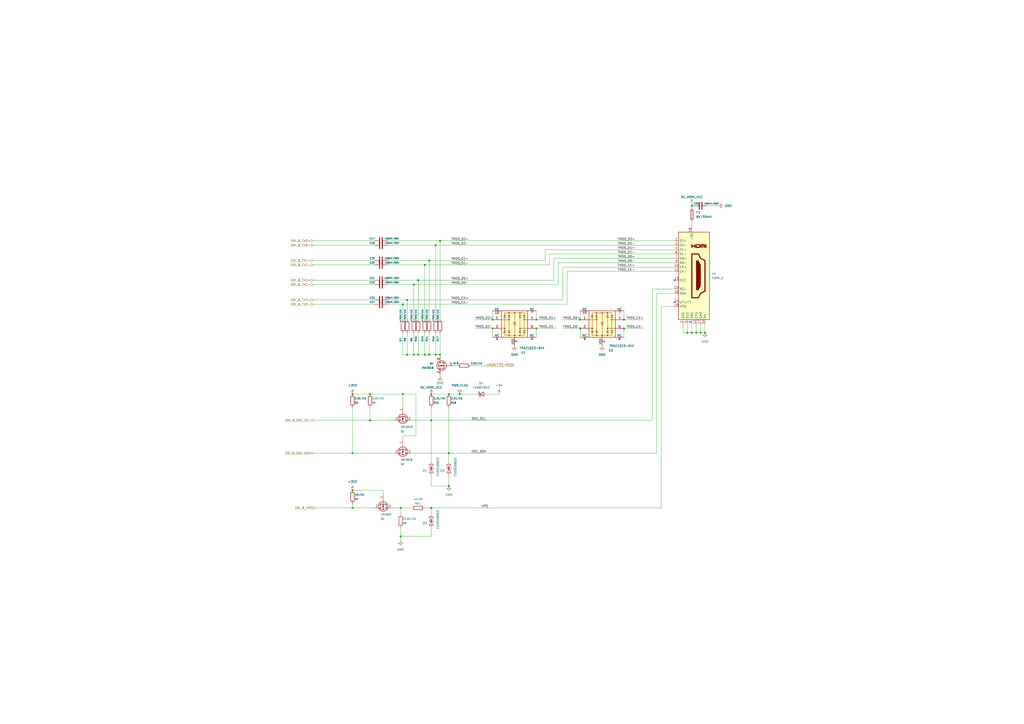
<source format=kicad_sch>
(kicad_sch (version 20231120) (generator "eeschema") (generator_version "8.0")
  (paper "A2")
  (title_block (title "nvme Carrier for LattePanda Mu") (date "2024-05-24") (rev "V1.0.6"))
  (lib_symbols
    (symbol "2N7002_1" (pin_names hide)
      (property "Reference" "Q" (at 5.08 1.905 0))
      (property "Value" "2N7002" (at 5.08 0 0))
      (symbol "2N7002_1_0_1"
        (polyline (pts (xy 0.254 0) (xy -2.54 0)))
        (polyline (pts (xy 0.254 1.905) (xy 0.254 -1.905)) (stroke (width 0.254)))
        (polyline (pts (xy 0.762 -1.27) (xy 0.762 -2.286)) (stroke (width 0.254)))
        (polyline (pts (xy 0.762 0.508) (xy 0.762 -0.508)) (stroke (width 0.254)))
        (polyline (pts (xy 0.762 2.286) (xy 0.762 1.27)) (stroke (width 0.254)))
        (polyline (pts (xy 2.54 2.54) (xy 2.54 1.778)))
        (polyline (pts (xy 2.54 -2.54) (xy 2.54 0) (xy 0.762 0)))
        (polyline (pts (xy 0.762 -1.778) (xy 3.302 -1.778) (xy 3.302 1.778) (xy 0.762 1.778)))
        (polyline (pts (xy 1.016 0) (xy 2.032 0.381) (xy 2.032 -0.381) (xy 1.016 0)) (fill (type outline)))
        (polyline (pts (xy 2.794 0.508) (xy 2.921 0.381) (xy 3.683 0.381) (xy 3.81 0.254)))
        (polyline (pts (xy 3.302 0.381) (xy 2.921 -0.254) (xy 3.683 -0.254) (xy 3.302 0.381)))
        (circle (center 1.651 0) (radius 2.794) (stroke (width 0.254)))
        (circle (center 2.54 -1.778) (radius 0.254) (fill (type outline)))
        (circle (center 2.54 1.778) (radius 0.254) (fill (type outline)))
      )
      (symbol "2N7002_1_1_1"
        (pin input line (at -5.08 0 0) (length 2.54) (name "G") (number "1"))
        (pin passive line (at 2.54 -5.08 90) (length 2.54) (name "S") (number "2"))
        (pin passive line (at 2.54 5.08 270) (length 2.54) (name "D") (number "3"))
      )
    )
    (symbol "2N7002_2" (pin_names hide)
      (property "Reference" "Q" (at 5.08 1.905 0))
      (property "Value" "2N7002" (at 5.08 0 0))
      (symbol "2N7002_2_0_1"
        (polyline (pts (xy 0.254 0) (xy -2.54 0)))
        (polyline (pts (xy 0.254 1.905) (xy 0.254 -1.905)) (stroke (width 0.254)))
        (polyline (pts (xy 0.762 -1.27) (xy 0.762 -2.286)) (stroke (width 0.254)))
        (polyline (pts (xy 0.762 0.508) (xy 0.762 -0.508)) (stroke (width 0.254)))
        (polyline (pts (xy 0.762 2.286) (xy 0.762 1.27)) (stroke (width 0.254)))
        (polyline (pts (xy 2.54 2.54) (xy 2.54 1.778)))
        (polyline (pts (xy 2.54 -2.54) (xy 2.54 0) (xy 0.762 0)))
        (polyline (pts (xy 0.762 -1.778) (xy 3.302 -1.778) (xy 3.302 1.778) (xy 0.762 1.778)))
        (polyline (pts (xy 1.016 0) (xy 2.032 0.381) (xy 2.032 -0.381) (xy 1.016 0)) (fill (type outline)))
        (polyline (pts (xy 2.794 0.508) (xy 2.921 0.381) (xy 3.683 0.381) (xy 3.81 0.254)))
        (polyline (pts (xy 3.302 0.381) (xy 2.921 -0.254) (xy 3.683 -0.254) (xy 3.302 0.381)))
        (circle (center 1.651 0) (radius 2.794) (stroke (width 0.254)))
        (circle (center 2.54 -1.778) (radius 0.254) (fill (type outline)))
        (circle (center 2.54 1.778) (radius 0.254) (fill (type outline)))
      )
      (symbol "2N7002_2_1_1"
        (pin input line (at -5.08 0 0) (length 2.54) (name "G") (number "1"))
        (pin passive line (at 2.54 -5.08 90) (length 2.54) (name "S") (number "2"))
        (pin passive line (at 2.54 5.08 270) (length 2.54) (name "D") (number "3"))
      )
    )
    (symbol "2N7002_3" (pin_names hide)
      (property "Reference" "Q" (at 5.08 1.905 0))
      (property "Value" "2N7002" (at 5.08 0 0))
      (symbol "2N7002_3_0_1"
        (polyline (pts (xy 0.254 0) (xy -2.54 0)))
        (polyline (pts (xy 0.254 1.905) (xy 0.254 -1.905)) (stroke (width 0.254)))
        (polyline (pts (xy 0.762 -1.27) (xy 0.762 -2.286)) (stroke (width 0.254)))
        (polyline (pts (xy 0.762 0.508) (xy 0.762 -0.508)) (stroke (width 0.254)))
        (polyline (pts (xy 0.762 2.286) (xy 0.762 1.27)) (stroke (width 0.254)))
        (polyline (pts (xy 2.54 2.54) (xy 2.54 1.778)))
        (polyline (pts (xy 2.54 -2.54) (xy 2.54 0) (xy 0.762 0)))
        (polyline (pts (xy 0.762 -1.778) (xy 3.302 -1.778) (xy 3.302 1.778) (xy 0.762 1.778)))
        (polyline (pts (xy 1.016 0) (xy 2.032 0.381) (xy 2.032 -0.381) (xy 1.016 0)) (fill (type outline)))
        (polyline (pts (xy 2.794 0.508) (xy 2.921 0.381) (xy 3.683 0.381) (xy 3.81 0.254)))
        (polyline (pts (xy 3.302 0.381) (xy 2.921 -0.254) (xy 3.683 -0.254) (xy 3.302 0.381)))
        (circle (center 1.651 0) (radius 2.794) (stroke (width 0.254)))
        (circle (center 2.54 -1.778) (radius 0.254) (fill (type outline)))
        (circle (center 2.54 1.778) (radius 0.254) (fill (type outline)))
      )
      (symbol "2N7002_3_1_1"
        (pin input line (at -5.08 0 0) (length 2.54) (name "G") (number "1"))
        (pin passive line (at 2.54 -5.08 90) (length 2.54) (name "S") (number "2"))
        (pin passive line (at 2.54 5.08 270) (length 2.54) (name "D") (number "3"))
      )
    )
    (symbol "Connector:HDMI_A"
      (property "Reference" "J" (at -6.35 26.67 0))
      (property "Value" "HDMI_A" (at 10.16 26.67 0))
      (symbol "HDMI_A_0_0"
        (polyline (pts (xy 8.128 16.51) (xy 8.128 18.034)) (stroke (width 0.635)))
        (polyline (pts (xy 0 16.51) (xy 0 18.034) (xy 0 17.272) (xy 1.905 17.272) (xy 1.905 18.034) (xy 1.905 16.51)) (stroke (width 0.635)))
        (polyline (pts (xy 2.667 18.034) (xy 4.318 18.034) (xy 4.572 17.78) (xy 4.572 16.764) (xy 4.318 16.51) (xy 2.667 16.51) (xy 2.667 17.272)) (stroke (width 0.635)))
      )
      (symbol "HDMI_A_0_1"
        (rectangle (start -7.62 25.4) (end 10.16 -25.4) (stroke (width 0.254)) (fill (type background)))
        (polyline (pts (xy 2.54 8.89) (xy 3.81 8.89) (xy 5.08 6.35) (xy 5.08 -5.715) (xy 3.81 -8.255) (xy 2.54 -8.255) (xy 2.54 8.89)) (fill (type outline)))
        (polyline (pts (xy 5.334 16.51) (xy 5.334 18.034) (xy 6.35 18.034) (xy 6.35 16.51) (xy 6.35 18.034) (xy 7.112 18.034) (xy 7.366 17.78) (xy 7.366 16.51)) (stroke (width 0.635)))
        (polyline (pts (xy 0 12.7) (xy 0 -12.7) (xy 3.81 -12.7) (xy 5.08 -10.16) (xy 7.62 -8.89) (xy 7.62 8.89) (xy 5.08 10.16) (xy 3.81 12.7) (xy 0 12.7)) (stroke (width 0.635)))
      )
      (symbol "HDMI_A_1_1"
        (pin passive line (at -10.16 20.32 0) (length 2.54) (name "D2+") (number "1"))
        (pin passive line (at -10.16 5.08 0) (length 2.54) (name "CK+") (number "10"))
        (pin power_in line (at 2.54 -27.94 90) (length 2.54) (name "CKS") (number "11"))
        (pin passive line (at -10.16 2.54 0) (length 2.54) (name "CK-") (number "12"))
        (pin bidirectional line (at -10.16 -2.54 0) (length 2.54) (name "CEC") (number "13"))
        (pin passive line (at -10.16 -15.24 0) (length 2.54) (name "UTILITY") (number "14"))
        (pin passive line (at -10.16 -7.62 0) (length 2.54) (name "SCL") (number "15"))
        (pin bidirectional line (at -10.16 -10.16 0) (length 2.54) (name "SDA") (number "16"))
        (pin power_in line (at 5.08 -27.94 90) (length 2.54) (name "GND") (number "17"))
        (pin power_in line (at 0 27.94 270) (length 2.54) (name "+5V") (number "18"))
        (pin passive line (at -10.16 -17.78 0) (length 2.54) (name "HPD") (number "19"))
        (pin power_in line (at -5.08 -27.94 90) (length 2.54) (name "D2S") (number "2"))
        (pin passive line (at -10.16 17.78 0) (length 2.54) (name "D2-") (number "3"))
        (pin passive line (at -10.16 15.24 0) (length 2.54) (name "D1+") (number "4"))
        (pin power_in line (at -2.54 -27.94 90) (length 2.54) (name "D1S") (number "5"))
        (pin passive line (at -10.16 12.7 0) (length 2.54) (name "D1-") (number "6"))
        (pin passive line (at -10.16 10.16 0) (length 2.54) (name "D0+") (number "7"))
        (pin power_in line (at 0 -27.94 90) (length 2.54) (name "D0S") (number "8"))
        (pin passive line (at -10.16 7.62 0) (length 2.54) (name "D0-") (number "9"))
        (pin passive line (at 7.62 -27.94 90) (length 2.54) (name "SH") (number "SH"))
      )
    )
    (symbol "Device:C" (pin_numbers hide) (pin_names (offset 0.254))
      (property "Reference" "C" (at 0.635 2.54 0))
      (property "Value" "C" (at 0.635 -2.54 0))
      (symbol "C_0_1"
        (polyline (pts (xy -2.032 -0.762) (xy 2.032 -0.762)) (stroke (width 0.508)))
        (polyline (pts (xy -2.032 0.762) (xy 2.032 0.762)) (stroke (width 0.508)))
      )
      (symbol "C_1_1"
        (pin passive line (at 0 3.81 270) (length 2.794) (name "~") (number "1"))
        (pin passive line (at 0 -3.81 90) (length 2.794) (name "~") (number "2"))
      )
    )
    (symbol "Device:Fuse" (pin_numbers hide) (pin_names (offset 0))
      (property "Reference" "F" (at 2.032 0 90))
      (property "Value" "Fuse" (at -1.905 0 90))
      (symbol "Fuse_0_1"
        (rectangle (start -0.762 -2.54) (end 0.762 2.54) (stroke (width 0.254)))
        (polyline (pts (xy 0 2.54) (xy 0 -2.54)))
      )
      (symbol "Fuse_1_1"
        (pin passive line (at 0 3.81 270) (length 1.27) (name "~") (number "1"))
        (pin passive line (at 0 -3.81 90) (length 1.27) (name "~") (number "2"))
      )
    )
    (symbol "Device:R" (pin_numbers hide) (pin_names (offset 0))
      (property "Reference" "R" (at 2.032 0 90))
      (property "Value" "R" (at 0 0 90))
      (symbol "R_0_1"
        (rectangle (start -1.016 -2.54) (end 1.016 2.54) (stroke (width 0.254)))
      )
      (symbol "R_1_1"
        (pin passive line (at 0 3.81 270) (length 1.27) (name "~") (number "1"))
        (pin passive line (at 0 -3.81 90) (length 1.27) (name "~") (number "2"))
      )
    )
    (symbol "Diode:1N5819WS" (pin_numbers hide) (pin_names (offset 1.016) hide)
      (property "Reference" "D" (at 0 2.54 0))
      (property "Value" "1N5819WS" (at 0 -2.54 0))
      (symbol "1N5819WS_0_1"
        (polyline (pts (xy 1.27 0) (xy -1.27 0)))
        (polyline (pts (xy 1.27 1.27) (xy 1.27 -1.27) (xy -1.27 0) (xy 1.27 1.27)) (stroke (width 0.254)))
        (polyline (pts (xy -1.905 0.635) (xy -1.905 1.27) (xy -1.27 1.27) (xy -1.27 -1.27) (xy -0.635 -1.27) (xy -0.635 -0.635)) (stroke (width 0.254)))
      )
      (symbol "1N5819WS_1_1"
        (pin passive line (at -3.81 0 0) (length 2.54) (name "K") (number "1"))
        (pin passive line (at 3.81 0 180) (length 2.54) (name "A") (number "2"))
      )
    )
    (symbol "Diode:ESD9B5.0ST5G" (pin_numbers hide) (pin_names (offset 1.016) hide)
      (property "Reference" "D" (at 0 2.54 0))
      (property "Value" "ESD9B5.0ST5G" (at 0 -2.54 0))
      (symbol "ESD9B5.0ST5G_0_1"
        (polyline (pts (xy 1.27 0) (xy -1.27 0)))
        (polyline (pts (xy -2.54 -1.27) (xy 0 0) (xy -2.54 1.27) (xy -2.54 -1.27)) (stroke (width 0.2032)))
        (polyline (pts (xy 0.508 1.27) (xy 0 1.27) (xy 0 -1.27) (xy -0.508 -1.27)) (stroke (width 0.2032)))
        (polyline (pts (xy 2.54 1.27) (xy 2.54 -1.27) (xy 0 0) (xy 2.54 1.27)) (stroke (width 0.2032)))
      )
      (symbol "ESD9B5.0ST5G_1_1"
        (pin passive line (at -3.81 0 0) (length 2.54) (name "A1") (number "1"))
        (pin passive line (at 3.81 0 180) (length 2.54) (name "A2") (number "2"))
      )
    )
    (symbol "Power_Protection:D3V3XA4B10LP" (pin_names (offset 0))
      (property "Reference" "U" (at -0.635 8.89 0))
      (property "Value" "D3V3XA4B10LP" (at 8.89 -10.16 0))
      (symbol "D3V3XA4B10LP_0_0"
        (rectangle (start -5.715 6.477) (end 5.715 -6.604))
        (polyline (pts (xy -3.175 -6.604) (xy -3.175 6.477)))
        (polyline (pts (xy 0.127 6.477) (xy 0.127 -6.604)))
        (polyline (pts (xy 3.175 6.477) (xy 3.175 -6.604)))
      )
      (symbol "D3V3XA4B10LP_0_1"
        (rectangle (start -7.62 7.62) (end 7.62 -7.62) (stroke (width 0.254)) (fill (type background)))
        (circle (center -5.715 -2.54) (radius 0.2794) (fill (type outline)))
        (circle (center -3.175 -6.604) (radius 0.2794) (fill (type outline)))
        (circle (center -3.175 2.54) (radius 0.2794) (fill (type outline)))
        (circle (center -3.175 6.477) (radius 0.2794) (fill (type outline)))
        (circle (center 0 -6.604) (radius 0.2794) (fill (type outline)))
        (polyline (pts (xy -7.747 2.54) (xy -3.175 2.54)))
        (polyline (pts (xy -7.62 -2.54) (xy -5.715 -2.54)))
        (polyline (pts (xy -5.08 -3.81) (xy -6.35 -3.81)))
        (polyline (pts (xy -5.08 5.08) (xy -6.35 5.08)))
        (polyline (pts (xy -2.54 -3.81) (xy -3.81 -3.81)))
        (polyline (pts (xy -2.54 5.08) (xy -3.81 5.08)))
        (polyline (pts (xy -0.508 0.889) (xy -0.889 0.635)))
        (polyline (pts (xy 0 -6.604) (xy 0 -7.62)))
        (polyline (pts (xy 0.762 0.889) (xy -0.508 0.889)))
        (polyline (pts (xy 0.762 0.889) (xy 1.143 1.143)))
        (polyline (pts (xy 3.81 -3.81) (xy 2.54 -3.81)))
        (polyline (pts (xy 3.81 5.08) (xy 2.54 5.08)))
        (polyline (pts (xy 6.35 -3.81) (xy 5.08 -3.81)))
        (polyline (pts (xy 6.35 5.08) (xy 5.08 5.08)))
        (polyline (pts (xy 7.62 -2.54) (xy 3.175 -2.54)))
        (polyline (pts (xy 7.62 2.54) (xy 5.715 2.54)))
        (polyline (pts (xy -5.08 -5.08) (xy -6.35 -5.08) (xy -5.715 -3.81) (xy -5.08 -5.08)))
        (polyline (pts (xy -5.08 3.81) (xy -6.35 3.81) (xy -5.715 5.08) (xy -5.08 3.81)))
        (polyline (pts (xy -2.54 -5.08) (xy -3.81 -5.08) (xy -3.175 -3.81) (xy -2.54 -5.08)))
        (polyline (pts (xy -2.54 3.81) (xy -3.81 3.81) (xy -3.175 5.08) (xy -2.54 3.81)))
        (polyline (pts (xy 0.762 -0.381) (xy -0.508 -0.381) (xy 0.127 0.889) (xy 0.762 -0.381)))
        (polyline (pts (xy 3.81 -5.08) (xy 2.54 -5.08) (xy 3.175 -3.81) (xy 3.81 -5.08)))
        (polyline (pts (xy 3.81 3.81) (xy 2.54 3.81) (xy 3.175 5.08) (xy 3.81 3.81)))
        (polyline (pts (xy 6.35 -5.08) (xy 5.08 -5.08) (xy 5.715 -3.81) (xy 6.35 -5.08)))
        (polyline (pts (xy 6.35 3.81) (xy 5.08 3.81) (xy 5.715 5.08) (xy 6.35 3.81)))
        (circle (center 0 6.477) (radius 0.2794) (fill (type outline)))
        (circle (center 3.175 -6.604) (radius 0.2794) (fill (type outline)))
        (circle (center 3.175 -2.54) (radius 0.2794) (fill (type outline)))
        (circle (center 3.175 6.477) (radius 0.2794) (fill (type outline)))
        (circle (center 5.715 2.54) (radius 0.2794) (fill (type outline)))
      )
      (symbol "D3V3XA4B10LP_1_1"
        (pin passive line (at -12.7 2.54 0) (length 5.08) (name "~") (number "1"))
        (pin free line (at -12.7 7.62 0) (length 5.08) (name "NC") (number "10"))
        (pin passive line (at -12.7 -2.54 0) (length 5.08) (name "~") (number "2"))
        (pin power_in line (at 0 -12.7 90) (length 5.08) (name "VSS") (number "3"))
        (pin passive line (at 12.7 2.54 180) (length 5.08) (name "~") (number "4"))
        (pin passive line (at 12.7 -2.54 180) (length 5.08) (name "~") (number "5"))
        (pin free line (at 12.7 -7.62 180) (length 5.08) (name "NC") (number "6"))
        (pin free line (at 12.7 7.62 180) (length 5.08) (name "NC") (number "7"))
        (pin passive line (at 0 -12.7 90) (length 5.08) hide (name "VSS") (number "8"))
        (pin free line (at -12.7 -7.62 0) (length 5.08) (name "NC") (number "9"))
      )
    )
    (symbol "Transistor_FET:2N7002" (pin_names hide)
      (property "Reference" "Q" (at 5.08 1.905 0))
      (property "Value" "2N7002" (at 5.08 0 0))
      (symbol "2N7002_0_1"
        (polyline (pts (xy 0.254 0) (xy -2.54 0)))
        (polyline (pts (xy 0.254 1.905) (xy 0.254 -1.905)) (stroke (width 0.254)))
        (polyline (pts (xy 0.762 -1.27) (xy 0.762 -2.286)) (stroke (width 0.254)))
        (polyline (pts (xy 0.762 0.508) (xy 0.762 -0.508)) (stroke (width 0.254)))
        (polyline (pts (xy 0.762 2.286) (xy 0.762 1.27)) (stroke (width 0.254)))
        (polyline (pts (xy 2.54 2.54) (xy 2.54 1.778)))
        (polyline (pts (xy 2.54 -2.54) (xy 2.54 0) (xy 0.762 0)))
        (polyline (pts (xy 0.762 -1.778) (xy 3.302 -1.778) (xy 3.302 1.778) (xy 0.762 1.778)))
        (polyline (pts (xy 1.016 0) (xy 2.032 0.381) (xy 2.032 -0.381) (xy 1.016 0)) (fill (type outline)))
        (polyline (pts (xy 2.794 0.508) (xy 2.921 0.381) (xy 3.683 0.381) (xy 3.81 0.254)))
        (polyline (pts (xy 3.302 0.381) (xy 2.921 -0.254) (xy 3.683 -0.254) (xy 3.302 0.381)))
        (circle (center 1.651 0) (radius 2.794) (stroke (width 0.254)))
        (circle (center 2.54 -1.778) (radius 0.254) (fill (type outline)))
        (circle (center 2.54 1.778) (radius 0.254) (fill (type outline)))
      )
      (symbol "2N7002_1_1"
        (pin input line (at -5.08 0 0) (length 2.54) (name "G") (number "1"))
        (pin passive line (at 2.54 -5.08 90) (length 2.54) (name "S") (number "2"))
        (pin passive line (at 2.54 5.08 270) (length 2.54) (name "D") (number "3"))
      )
    )
    (symbol "power:+3V3" (power) (pin_numbers hide) (pin_names (offset 0) hide)
      (property "Value" "+3V3" (at 0 3.556 0))
      (symbol "+3V3_0_1"
        (polyline (pts (xy -0.762 1.27) (xy 0 2.54)))
        (polyline (pts (xy 0 0) (xy 0 2.54)))
        (polyline (pts (xy 0 2.54) (xy 0.762 1.27)))
      )
      (symbol "+3V3_1_1"
        (pin power_in line (at 0 0 90) (length 0) (name "~") (number "1"))
      )
    )
    (symbol "power:+5V" (power) (pin_numbers hide) (pin_names (offset 0) hide)
      (property "Value" "+5V" (at 0 3.556 0))
      (symbol "+5V_0_1"
        (polyline (pts (xy -0.762 1.27) (xy 0 2.54)))
        (polyline (pts (xy 0 0) (xy 0 2.54)))
        (polyline (pts (xy 0 2.54) (xy 0.762 1.27)))
      )
      (symbol "+5V_1_1"
        (pin power_in line (at 0 0 90) (length 0) (name "~") (number "1"))
      )
    )
    (symbol "power:GND" (power) (pin_numbers hide) (pin_names (offset 0) hide)
      (property "Value" "GND" (at 0 -3.81 0))
      (symbol "GND_0_1"
        (polyline (pts (xy 0 0) (xy 0 -1.27) (xy 1.27 -1.27) (xy 0 -2.54) (xy -1.27 -1.27) (xy 0 -1.27)))
      )
      (symbol "GND_1_1"
        (pin power_in line (at 0 0 270) (length 0) (name "~") (number "1"))
      )
    )
    (symbol "power:PWR_FLAG" (power) (pin_numbers hide) (pin_names (offset 0) hide)
      (property "Value" "PWR_FLAG" (at 0 3.81 0))
      (symbol "PWR_FLAG_0_0"
        (pin power_out line (at 0 0 90) (length 0) (name "~") (number "1"))
      )
      (symbol "PWR_FLAG_0_1"
        (polyline (pts (xy 0 0) (xy 0 1.27) (xy -1.016 1.905) (xy 0 2.54) (xy 1.016 1.905) (xy 0 1.27)))
      )
    )
    (symbol "power:VCC" (power) (pin_numbers hide) (pin_names (offset 0) hide)
      (property "Value" "VCC" (at 0 3.556 0))
      (symbol "VCC_0_1"
        (polyline (pts (xy -0.762 1.27) (xy 0 2.54)))
        (polyline (pts (xy 0 0) (xy 0 2.54)))
        (polyline (pts (xy 0 2.54) (xy 0.762 1.27)))
      )
      (symbol "VCC_1_1"
        (pin power_in line (at 0 0 90) (length 0) (name "~") (number "1"))
      )
    )
  )
  (junction (at 260.35 228.6))
  (junction (at 233.68 176.53))
  (junction (at 236.22 173.99))
  (junction (at 204.47 294.64))
  (junction (at 204.47 228.6))
  (junction (at 252.73 205.74))
  (junction (at 336.55 190.5))
  (junction (at 204.47 284.48))
  (junction (at 260.35 281.94))
  (junction (at 240.03 205.74))
  (junction (at 248.92 151.13))
  (junction (at 242.57 162.56))
  (junction (at 285.75 185.42))
  (junction (at 403.86 193.04))
  (junction (at 401.32 193.04))
  (junction (at 361.95 190.5))
  (junction (at 311.15 190.5))
  (junction (at 250.19 294.64))
  (junction (at 246.38 153.67))
  (junction (at 255.27 139.7))
  (junction (at 255.27 205.74))
  (junction (at 401.32 119.38))
  (junction (at 242.57 205.74))
  (junction (at 214.63 243.84))
  (junction (at 260.35 262.89))
  (junction (at 336.55 185.42))
  (junction (at 406.4 193.04))
  (junction (at 240.03 165.1))
  (junction (at 250.19 243.84))
  (junction (at 408.94 193.04))
  (junction (at 236.22 205.74))
  (junction (at 204.47 262.89))
  (junction (at 398.78 193.04))
  (junction (at 311.15 185.42))
  (junction (at 252.73 142.24))
  (junction (at 232.41 311.15))
  (junction (at 214.63 228.6))
  (junction (at 233.68 228.6))
  (junction (at 246.38 205.74))
  (junction (at 285.75 190.5))
  (junction (at 232.41 294.64))
  (junction (at 250.19 228.6))
  (junction (at 266.7 228.6))
  (junction (at 361.95 185.42))
  (junction (at 248.92 205.74))
  (no_connect (at 391.16 162.56))
  (no_connect (at 391.16 175.26))
  (wire (pts (xy 214.63 236.22) (xy 214.63 243.84)))
  (wire (pts (xy 361.95 190.5) (xy 361.95 195.58)))
  (wire (pts (xy 227.33 294.64) (xy 232.41 294.64)))
  (wire (pts (xy 236.22 185.42) (xy 236.22 173.99)))
  (wire (pts (xy 260.35 236.22) (xy 260.35 262.89)))
  (wire (pts (xy 275.59 185.42) (xy 285.75 185.42)))
  (wire (pts (xy 285.75 185.42) (xy 285.75 180.34)))
  (wire (pts (xy 383.54 177.8) (xy 391.16 177.8)))
  (wire (pts (xy 246.38 205.74) (xy 242.57 205.74)))
  (wire (pts (xy 236.22 173.99) (xy 224.79 173.99)))
  (wire (pts (xy 252.73 142.24) (xy 391.16 142.24)))
  (wire (pts (xy 255.27 193.04) (xy 255.27 205.74)))
  (wire (pts (xy 233.68 176.53) (xy 233.68 185.42)))
  (wire (pts (xy 408.94 187.96) (xy 408.94 193.04)))
  (wire (pts (xy 396.24 187.96) (xy 396.24 193.04)))
  (wire (pts (xy 311.15 185.42) (xy 311.15 180.34)))
  (wire (pts (xy 222.25 287.02) (xy 222.25 284.48)))
  (wire (pts (xy 246.38 153.67) (xy 224.79 153.67)))
  (wire (pts (xy 236.22 173.99) (xy 326.39 173.99)))
  (wire (pts (xy 316.23 144.78) (xy 391.16 144.78)))
  (wire (pts (xy 255.27 139.7) (xy 224.79 139.7)))
  (wire (pts (xy 250.19 228.6) (xy 260.35 228.6)))
  (wire (pts (xy 181.61 176.53) (xy 217.17 176.53)))
  (wire (pts (xy 250.19 275.59) (xy 250.19 281.94)))
  (wire (pts (xy 214.63 243.84) (xy 228.6 243.84)))
  (wire (pts (xy 252.73 185.42) (xy 252.73 142.24)))
  (wire (pts (xy 378.46 243.84) (xy 378.46 167.64)))
  (wire (pts (xy 240.03 185.42) (xy 240.03 165.1)))
  (wire (pts (xy 260.35 262.89) (xy 238.76 262.89)))
  (wire (pts (xy 383.54 294.64) (xy 383.54 177.8)))
  (wire (pts (xy 181.61 173.99) (xy 217.17 173.99)))
  (wire (pts (xy 323.85 165.1) (xy 323.85 152.4)))
  (wire (pts (xy 233.68 176.53) (xy 328.93 176.53)))
  (wire (pts (xy 283.21 228.6) (xy 289.56 228.6)))
  (wire (pts (xy 255.27 205.74) (xy 252.73 205.74)))
  (wire (pts (xy 378.46 167.64) (xy 391.16 167.64)))
  (wire (pts (xy 326.39 185.42) (xy 336.55 185.42)))
  (wire (pts (xy 236.22 193.04) (xy 236.22 205.74)))
  (wire (pts (xy 361.95 180.34) (xy 361.95 185.42)))
  (wire (pts (xy 248.92 185.42) (xy 248.92 151.13)))
  (wire (pts (xy 248.92 205.74) (xy 246.38 205.74)))
  (wire (pts (xy 311.15 185.42) (xy 322.58 185.42)))
  (wire (pts (xy 398.78 187.96) (xy 398.78 193.04)))
  (wire (pts (xy 260.35 228.6) (xy 266.7 228.6)))
  (wire (pts (xy 255.27 207.01) (xy 255.27 205.74)))
  (wire (pts (xy 240.03 165.1) (xy 224.79 165.1)))
  (wire (pts (xy 242.57 162.56) (xy 321.31 162.56)))
  (wire (pts (xy 273.05 212.09) (xy 281.94 212.09)))
  (wire (pts (xy 403.86 187.96) (xy 403.86 193.04)))
  (wire (pts (xy 181.61 162.56) (xy 217.17 162.56)))
  (wire (pts (xy 318.77 147.32) (xy 391.16 147.32)))
  (wire (pts (xy 248.92 151.13) (xy 316.23 151.13)))
  (wire (pts (xy 182.88 294.64) (xy 204.47 294.64)))
  (wire (pts (xy 181.61 243.84) (xy 214.63 243.84)))
  (wire (pts (xy 326.39 154.94) (xy 391.16 154.94)))
  (wire (pts (xy 336.55 190.5) (xy 336.55 195.58)))
  (wire (pts (xy 246.38 294.64) (xy 250.19 294.64)))
  (wire (pts (xy 204.47 262.89) (xy 228.6 262.89)))
  (wire (pts (xy 403.86 193.04) (xy 406.4 193.04)))
  (wire (pts (xy 252.73 205.74) (xy 248.92 205.74)))
  (wire (pts (xy 232.41 294.64) (xy 238.76 294.64)))
  (wire (pts (xy 242.57 162.56) (xy 224.79 162.56)))
  (wire (pts (xy 250.19 243.84) (xy 378.46 243.84)))
  (wire (pts (xy 250.19 294.64) (xy 250.19 298.45)))
  (wire (pts (xy 401.32 193.04) (xy 403.86 193.04)))
  (wire (pts (xy 233.68 255.27) (xy 233.68 252.73)))
  (wire (pts (xy 250.19 243.84) (xy 250.19 236.22)))
  (wire (pts (xy 401.32 119.38) (xy 401.32 120.65)))
  (wire (pts (xy 246.38 193.04) (xy 246.38 205.74)))
  (wire (pts (xy 204.47 294.64) (xy 217.17 294.64)))
  (wire (pts (xy 242.57 205.74) (xy 240.03 205.74)))
  (wire (pts (xy 311.15 190.5) (xy 322.58 190.5)))
  (wire (pts (xy 204.47 228.6) (xy 214.63 228.6)))
  (wire (pts (xy 181.61 139.7) (xy 217.17 139.7)))
  (wire (pts (xy 242.57 185.42) (xy 242.57 162.56)))
  (wire (pts (xy 250.19 281.94) (xy 260.35 281.94)))
  (wire (pts (xy 255.27 217.17) (xy 255.27 218.44)))
  (wire (pts (xy 250.19 306.07) (xy 250.19 311.15)))
  (wire (pts (xy 250.19 294.64) (xy 383.54 294.64)))
  (wire (pts (xy 361.95 190.5) (xy 373.38 190.5)))
  (wire (pts (xy 248.92 193.04) (xy 248.92 205.74)))
  (wire (pts (xy 233.68 236.22) (xy 233.68 228.6)))
  (wire (pts (xy 402.59 119.38) (xy 401.32 119.38)))
  (wire (pts (xy 318.77 153.67) (xy 318.77 147.32)))
  (wire (pts (xy 232.41 306.07) (xy 232.41 311.15)))
  (wire (pts (xy 255.27 185.42) (xy 255.27 139.7)))
  (wire (pts (xy 336.55 180.34) (xy 336.55 185.42)))
  (wire (pts (xy 262.89 212.09) (xy 265.43 212.09)))
  (wire (pts (xy 401.32 118.11) (xy 401.32 119.38)))
  (wire (pts (xy 401.32 187.96) (xy 401.32 193.04)))
  (wire (pts (xy 241.3 228.6) (xy 233.68 228.6)))
  (wire (pts (xy 250.19 311.15) (xy 232.41 311.15)))
  (wire (pts (xy 316.23 151.13) (xy 316.23 144.78)))
  (wire (pts (xy 233.68 193.04) (xy 233.68 205.74)))
  (wire (pts (xy 311.15 195.58) (xy 311.15 190.5)))
  (wire (pts (xy 233.68 228.6) (xy 214.63 228.6)))
  (wire (pts (xy 181.61 165.1) (xy 217.17 165.1)))
  (wire (pts (xy 181.61 151.13) (xy 217.17 151.13)))
  (wire (pts (xy 396.24 193.04) (xy 398.78 193.04)))
  (wire (pts (xy 233.68 252.73) (xy 241.3 252.73)))
  (wire (pts (xy 323.85 152.4) (xy 391.16 152.4)))
  (wire (pts (xy 406.4 187.96) (xy 406.4 193.04)))
  (wire (pts (xy 266.7 228.6) (xy 275.59 228.6)))
  (wire (pts (xy 260.35 275.59) (xy 260.35 281.94)))
  (wire (pts (xy 328.93 176.53) (xy 328.93 157.48)))
  (wire (pts (xy 250.19 243.84) (xy 250.19 267.97)))
  (wire (pts (xy 242.57 193.04) (xy 242.57 205.74)))
  (wire (pts (xy 398.78 193.04) (xy 401.32 193.04)))
  (wire (pts (xy 204.47 292.1) (xy 204.47 294.64)))
  (wire (pts (xy 255.27 139.7) (xy 391.16 139.7)))
  (wire (pts (xy 401.32 128.27) (xy 401.32 132.08)))
  (wire (pts (xy 260.35 262.89) (xy 260.35 267.97)))
  (wire (pts (xy 252.73 193.04) (xy 252.73 205.74)))
  (wire (pts (xy 181.61 153.67) (xy 217.17 153.67)))
  (wire (pts (xy 326.39 190.5) (xy 336.55 190.5)))
  (wire (pts (xy 236.22 205.74) (xy 233.68 205.74)))
  (wire (pts (xy 240.03 165.1) (xy 323.85 165.1)))
  (wire (pts (xy 232.41 311.15) (xy 232.41 313.69)))
  (wire (pts (xy 246.38 153.67) (xy 318.77 153.67)))
  (wire (pts (xy 321.31 162.56) (xy 321.31 149.86)))
  (wire (pts (xy 252.73 142.24) (xy 224.79 142.24)))
  (wire (pts (xy 204.47 284.48) (xy 222.25 284.48)))
  (wire (pts (xy 321.31 149.86) (xy 391.16 149.86)))
  (wire (pts (xy 275.59 190.5) (xy 285.75 190.5)))
  (wire (pts (xy 381 170.18) (xy 381 262.89)))
  (wire (pts (xy 248.92 151.13) (xy 224.79 151.13)))
  (wire (pts (xy 181.61 142.24) (xy 217.17 142.24)))
  (wire (pts (xy 240.03 205.74) (xy 236.22 205.74)))
  (wire (pts (xy 406.4 193.04) (xy 408.94 193.04)))
  (wire (pts (xy 181.61 262.89) (xy 204.47 262.89)))
  (wire (pts (xy 246.38 185.42) (xy 246.38 153.67)))
  (wire (pts (xy 410.21 119.38) (xy 416.56 119.38)))
  (wire (pts (xy 391.16 170.18) (xy 381 170.18)))
  (wire (pts (xy 328.93 157.48) (xy 391.16 157.48)))
  (wire (pts (xy 285.75 195.58) (xy 285.75 190.5)))
  (wire (pts (xy 260.35 262.89) (xy 381 262.89)))
  (wire (pts (xy 326.39 173.99) (xy 326.39 154.94)))
  (wire (pts (xy 232.41 294.64) (xy 232.41 298.45)))
  (wire (pts (xy 241.3 252.73) (xy 241.3 228.6)))
  (wire (pts (xy 204.47 236.22) (xy 204.47 262.89)))
  (wire (pts (xy 373.38 185.42) (xy 361.95 185.42)))
  (wire (pts (xy 238.76 243.84) (xy 250.19 243.84)))
  (wire (pts (xy 224.79 176.53) (xy 233.68 176.53)))
  (wire (pts (xy 240.03 193.04) (xy 240.03 205.74)))
  (label "TMDS_CK-" (at 368.3 157.48 180))
  (label "TMDS_D2+" (at 271.78 139.7 180))
  (label "TMDS_D0+" (at 368.3 149.86 180))
  (label "TMDS_D2-" (at 285.75 190.5 180))
  (label "DDC_SCL" (at 281.94 243.84 180))
  (label "TMDS_CK-" (at 271.78 176.53 180))
  (label "TMDS_D2-" (at 271.78 142.24 180))
  (label "TMDS_D1-" (at 368.3 147.32 180))
  (label "TMDS_D0-" (at 336.55 190.5 180))
  (label "TMDS_D0-" (at 271.78 165.1 180))
  (label "TMDS_D0+" (at 271.78 162.56 180))
  (label "TMDS_D0+" (at 336.55 185.42 180))
  (label "TMDS_D2+" (at 285.75 185.42 180))
  (label "TMDS_CK+" (at 373.38 185.42 180))
  (label "TMDS_CK-" (at 373.38 190.5 180))
  (label "TMDS_D1-" (at 271.78 153.67 180))
  (label "TMDS_D1+" (at 322.58 185.42 180))
  (label "TMDS_D0-" (at 368.3 152.4 180))
  (label "TMDS_CK+" (at 271.78 173.99 180))
  (label "TMDS_CK+" (at 368.3 154.94 180))
  (label "TMDS_D1+" (at 368.3 144.78 180))
  (label "DDC_SDA" (at 281.94 262.89 180))
  (label "TMDS_D2+" (at 368.3 139.7 180))
  (label "TMDS_D2-" (at 368.3 142.24 180))
  (label "TMDS_D1-" (at 322.58 190.5 180))
  (label "HPD" (at 283.21 294.64 180))
  (label "TMDS_D1+" (at 271.78 151.13 180))
  (hierarchical_label "DDI_B_TX3-" (shape input) (at 181.61 176.53 180))
  (hierarchical_label "DDI_B_DDC_SDA" (shape bidirectional) (at 181.61 262.89 180))
  (hierarchical_label "DDI_B_TX0+" (shape input) (at 181.61 139.7 180))
  (hierarchical_label "DDI_B_TX2+" (shape input) (at 181.61 162.56 180))
  (hierarchical_label "DDI_B_HPD" (shape input) (at 182.88 294.64 180))
  (hierarchical_label "DDI_B_TX3+" (shape input) (at 181.61 173.99 180))
  (hierarchical_label "DDI_B_DDC_SCL" (shape output) (at 181.61 243.84 180))
  (hierarchical_label "DDI_B_TX0-" (shape input) (at 181.61 142.24 180))
  (hierarchical_label "~{PWR_LED}{slash}~{PSON}" (shape input) (at 281.94 212.09 0))
  (hierarchical_label "DDI_B_TX1+" (shape input) (at 181.61 151.13 180))
  (hierarchical_label "DDI_B_TX1-" (shape input) (at 181.61 153.67 180))
  (hierarchical_label "DDI_B_TX2-" (shape input) (at 181.61 165.1 180))
  (symbol (lib_id "power:GND") (at 260.35 281.94 0) (unit 1)
    (property "Reference" "#PWR025" (effects (hide yes)))
    (property "Value" "GND" (at 260.35 287.02 0))
  )
  (symbol (lib_id "Device:C") (at 220.98 173.99 90) (unit 1)
    (property "Reference" "C23" (at 215.9 172.72 90) (effects (font (size 1 1))))
    (property "Value" "100nF/50V" (at 227.33 172.72 90) (effects (font (size 1 1))))
    (property "Footprint" "A_HDJ_Library:C_0402_1005Metric" (effects (hide yes)))
    (property "Datasheet" "https://wmsc.lcsc.com/wmsc/upload/file/pdf/v2/lcsc/1809272047_Murata-Electronics-GRM155R71H104KE14D_C77020.pdf" (effects (hide yes)))
    (property "SCH_Show_Footprint" "C0402" (effects (hide yes)))
    (property "Mfr.#" "GRM155R71H104KE14D" (effects (hide yes)))
  )
  (symbol (lib_id "Device:R") (at 236.22 189.23 0) (unit 1)
    (property "Reference" "R8" (at 234.95 198.12 90) (effects (font (size 1 1)) (justify left)))
    (property "Value" "470R/1%" (at 234.95 186.69 90) (effects (font (size 1 1)) (justify left)))
    (property "Footprint" "A_HDJ_Library:R_0402_1005Metric" (effects (hide yes)))
    (property "Datasheet" "https://wmsc.lcsc.com/wmsc/upload/file/pdf/v2/lcsc/2304140030_YAGEO-RC0402FR-07470RL_C114877.pdf" (effects (hide yes)))
    (property "Mfr.#" "RC0402FR-07470RL" (effects (hide yes)))
  )
  (symbol (lib_id "Device:R") (at 250.19 232.41 0) (unit 1)
    (property "Reference" "R15" (at 251.46 233.68 0) (effects (font (size 1 1)) (justify left)))
    (property "Value" "2.2K/1%" (at 251.46 231.14 0) (effects (font (size 1 1)) (justify left)))
    (property "Footprint" "A_HDJ_Library:R_0402_1005Metric" (effects (hide yes)))
    (property "Datasheet" "https://wmsc.lcsc.com/wmsc/upload/file/pdf/v2/lcsc/2304140030_YAGEO-RC0402FR-072K2L_C114762.pdf" (effects (hide yes)))
    (property "Mfr.#" "RC0402FR-072K2L" (effects (hide yes)))
  )
  (symbol (lib_id "power:VCC") (at 401.32 118.11 0) (unit 1)
    (property "Reference" "#PWR029" (effects (hide yes)))
    (property "Value" "5V_HDMI_VCC" (at 401.32 114.3 0))
  )
  (symbol (lib_id "Device:R") (at 204.47 288.29 0) (unit 1)
    (property "Reference" "R4" (at 205.74 289.56 0) (effects (font (size 1 1)) (justify left)))
    (property "Value" "1M/1%" (at 205.74 287.02 0) (effects (font (size 1 1)) (justify left)))
    (property "Footprint" "A_HDJ_Library:R_0402_1005Metric" (effects (hide yes)))
    (property "Datasheet" "https://wmsc.lcsc.com/wmsc/upload/file/pdf/v2/lcsc/2304140030_YAGEO-RC0402FR-071ML_C138033.pdf" (effects (hide yes)))
    (property "Mfr.#" "RC0402FR-071ML" (effects (hide yes)))
  )
  (symbol (lib_id "Device:C") (at 220.98 153.67 90) (unit 1)
    (property "Reference" "C20" (at 215.9 152.4 90) (effects (font (size 1 1))))
    (property "Value" "100nF/50V" (at 227.33 152.4 90) (effects (font (size 1 1))))
    (property "Footprint" "A_HDJ_Library:C_0402_1005Metric" (effects (hide yes)))
    (property "Datasheet" "https://wmsc.lcsc.com/wmsc/upload/file/pdf/v2/lcsc/1809272047_Murata-Electronics-GRM155R71H104KE14D_C77020.pdf" (effects (hide yes)))
    (property "SCH_Show_Footprint" "C0402" (effects (hide yes)))
    (property "Mfr.#" "GRM155R71H104KE14D" (effects (hide yes)))
  )
  (symbol (lib_name "2N7002_3") (lib_id "Transistor_FET:2N7002") (at 233.68 260.35 270) (unit 1)
    (property "Reference" "Q3" (at 232.41 269.24 90) (effects (font (size 1 1)) (justify left)))
    (property "Value" "2SK3018" (at 232.4101 266.7 90) (effects (font (size 1 1)) (justify left)))
    (property "Footprint" "A_HDJ_Library:SOT-23" (effects (hide yes)))
    (property "Datasheet" "https://www.onsemi.com/pub/Collateral/NDS7002A-D.PDF" (effects (hide yes)))
    (property "Mfr.#" "2SK3018" (effects (hide yes)))
  )
  (symbol (lib_id "Device:R") (at 246.38 189.23 0) (unit 1)
    (property "Reference" "R13" (at 245.11 198.12 90) (effects (font (size 1 1)) (justify left)))
    (property "Value" "470R/1%" (at 245.11 186.69 90) (effects (font (size 1 1)) (justify left)))
    (property "Footprint" "A_HDJ_Library:R_0402_1005Metric" (effects (hide yes)))
    (property "Datasheet" "https://wmsc.lcsc.com/wmsc/upload/file/pdf/v2/lcsc/2304140030_YAGEO-RC0402FR-07470RL_C114877.pdf" (effects (hide yes)))
    (property "Mfr.#" "RC0402FR-07470RL" (effects (hide yes)))
  )
  (symbol (lib_id "Device:Fuse") (at 401.32 124.46 0) (unit 1)
    (property "Reference" "F1" (at 403.86 123.19 0) (effects (justify left)))
    (property "Value" "6V/50mA" (at 403.86 125.73 0) (effects (justify left)))
    (property "Footprint" "A_HDJ_Library:R_0603_1608Metric" (effects (hide yes)))
    (property "Datasheet" "https://wmsc.lcsc.com/wmsc/upload/file/pdf/v2/lcsc/2401210605_LUTE-0603L050-6AR_C7472536.pdf" (effects (hide yes)))
    (property "SCH_Show_Footprint" "R0805" (effects (hide yes)))
    (property "Mfr.#" "0603L050/6AR" (effects (hide yes)))
  )
  (symbol (lib_id "power:+3V3") (at 204.47 228.6 0) (unit 1)
    (property "Reference" "#PWR020" (effects (hide yes)))
    (property "Value" "+3V3" (at 204.47 223.52 0))
  )
  (symbol (lib_id "Device:C") (at 406.4 119.38 90) (unit 1)
    (property "Reference" "C25" (at 403.86 118.11 90) (effects (font (size 1 1))))
    (property "Value" "100nF/50V" (at 412.75 118.11 90) (effects (font (size 1 1))))
    (property "Footprint" "A_HDJ_Library:C_0402_1005Metric" (effects (hide yes)))
    (property "Datasheet" "https://wmsc.lcsc.com/wmsc/upload/file/pdf/v2/lcsc/1809272047_Murata-Electronics-GRM155R71H104KE14D_C77020.pdf" (effects (hide yes)))
    (property "SCH_Show_Footprint" "C0402" (effects (hide yes)))
    (property "Mfr.#" "GRM155R71H104KE14D" (effects (hide yes)))
  )
  (symbol (lib_id "power:GND") (at 232.41 313.69 0) (unit 1)
    (property "Reference" "#PWR022" (effects (hide yes)))
    (property "Value" "GND" (at 232.41 318.77 0))
  )
  (symbol (lib_id "power:+5V") (at 289.56 228.6 0) (unit 1)
    (property "Reference" "#PWR026" (effects (hide yes)))
    (property "Value" "+5V" (at 289.56 223.52 0))
  )
  (symbol (lib_id "Device:R") (at 242.57 294.64 90) (unit 1)
    (property "Reference" "R11" (at 243.84 292.1 90) (effects (font (size 1 1)) (justify left)))
    (property "Value" "1K/1%" (at 245.11 289.56 90) (effects (font (size 1 1)) (justify left)))
    (property "Footprint" "A_HDJ_Library:R_0402_1005Metric" (effects (hide yes)))
    (property "Datasheet" "https://wmsc.lcsc.com/wmsc/upload/file/pdf/v2/lcsc/2304140030_YAGEO-RC0402FR-071KL_C106235.pdf" (effects (hide yes)))
    (property "Mfr.#" "RC0402FR-071KL" (effects (hide yes)))
  )
  (symbol (lib_id "Device:R") (at 260.35 232.41 0) (unit 1)
    (property "Reference" "R18" (at 261.62 233.68 0) (effects (font (size 1 1)) (justify left)))
    (property "Value" "2.2K/1%" (at 261.62 231.14 0) (effects (font (size 1 1)) (justify left)))
    (property "Footprint" "A_HDJ_Library:R_0402_1005Metric" (effects (hide yes)))
    (property "Datasheet" "https://wmsc.lcsc.com/wmsc/upload/file/pdf/v2/lcsc/2304140030_YAGEO-RC0402FR-072K2L_C114762.pdf" (effects (hide yes)))
    (property "Mfr.#" "RC0402FR-072K2L" (effects (hide yes)))
  )
  (symbol (lib_id "power:GND") (at 408.94 193.04 0) (unit 1)
    (property "Reference" "#PWR030" (effects (hide yes)))
    (property "Value" "GND" (at 408.94 198.12 0))
  )
  (symbol (lib_id "Device:R") (at 214.63 232.41 0) (unit 1)
    (property "Reference" "R5" (at 215.9 233.68 0) (effects (font (size 1 1)) (justify left)))
    (property "Value" "2.2K/1%" (at 215.9 231.14 0) (effects (font (size 1 1)) (justify left)))
    (property "Footprint" "A_HDJ_Library:R_0402_1005Metric" (effects (hide yes)))
    (property "Datasheet" "https://wmsc.lcsc.com/wmsc/upload/file/pdf/v2/lcsc/2304140030_YAGEO-RC0402FR-072K2L_C114762.pdf" (effects (hide yes)))
    (property "Mfr.#" "RC0402FR-072K2L" (effects (hide yes)))
  )
  (symbol (lib_id "Device:R") (at 240.03 189.23 0) (unit 1)
    (property "Reference" "R9" (at 238.76 198.12 90) (effects (font (size 1 1)) (justify left)))
    (property "Value" "470R/1%" (at 238.76 186.69 90) (effects (font (size 1 1)) (justify left)))
    (property "Footprint" "A_HDJ_Library:R_0402_1005Metric" (effects (hide yes)))
    (property "Datasheet" "https://wmsc.lcsc.com/wmsc/upload/file/pdf/v2/lcsc/2304140030_YAGEO-RC0402FR-07470RL_C114877.pdf" (effects (hide yes)))
    (property "Mfr.#" "RC0402FR-07470RL" (effects (hide yes)))
  )
  (symbol (lib_id "power:GND") (at 255.27 218.44 0) (unit 1)
    (property "Reference" "#PWR024" (effects (hide yes)))
    (property "Value" "GND" (at 255.27 222.25 0))
  )
  (symbol (lib_id "Device:R") (at 242.57 189.23 0) (unit 1)
    (property "Reference" "R10" (at 241.3 198.12 90) (effects (font (size 1 1)) (justify left)))
    (property "Value" "470R/1%" (at 241.3 186.69 90) (effects (font (size 1 1)) (justify left)))
    (property "Footprint" "A_HDJ_Library:R_0402_1005Metric" (effects (hide yes)))
    (property "Datasheet" "https://wmsc.lcsc.com/wmsc/upload/file/pdf/v2/lcsc/2304140030_YAGEO-RC0402FR-07470RL_C114877.pdf" (effects (hide yes)))
    (property "Mfr.#" "RC0402FR-07470RL" (effects (hide yes)))
  )
  (symbol (lib_id "Diode:ESD9B5.0ST5G") (at 250.19 271.78 90) (unit 1)
    (property "Reference" "D1" (at 245.11 273.05 90) (effects (justify right)))
    (property "Value" "ESD5V0B03" (at 254 265.43 0) (effects (justify right)))
    (property "Footprint" "A_HDJ_Library:D_0402_1005Metric" (effects (hide yes)))
    (property "Datasheet" "https://wmsc.lcsc.com/wmsc/upload/file/pdf/v2/lcsc/2108131930_TECH-PUBLIC-ESD5V0B03-1006_C521894.pdf" (effects (hide yes)))
    (property "SCH_Show_Footprint" "D0402" (effects (hide yes)))
    (property "Mfr.#" "ESD5V0B03-1006" (effects (hide yes)))
  )
  (symbol (lib_id "Diode:1N5819WS") (at 279.4 228.6 0) (unit 1)
    (property "Reference" "D4" (at 279.0825 222.25 0))
    (property "Value" "1N5819WS" (at 279.0825 224.79 0))
    (property "Footprint" "A_HDJ_Library:D_SOD-323" (effects (hide yes)))
    (property "Datasheet" "https://wmsc.lcsc.com/wmsc/upload/file/pdf/v2/lcsc/2204281430_Guangdong-Hottech-1N5819WS_C191023.pdf" (effects (hide yes)))
    (property "SCH_Show_Footprint" "SOD-323" (effects (hide yes)))
    (property "Mfr.#" "1N5819WS" (effects (hide yes)))
  )
  (symbol (lib_id "Connector:HDMI_A") (at 401.32 160.02 0) (unit 1)
    (property "Reference" "J4" (at 412.75 158.7499 0) (effects (justify left)))
    (property "Value" "HDMI_A" (at 412.75 161.2899 0) (effects (justify left)))
    (property "Footprint" "A_HDJ_Library:HDMI_A_Molex_208658-1001_Horizontal" (effects (hide yes)))
    (property "Datasheet" "https://www.molex.com/content/dam/molex/molex-dot-com/products/automated/en-us/salesdrawingpdf/208/208658/2086581001_sd.pdf" (effects (hide yes)))
    (property "Mfr.#" "2086581001" (effects (hide yes)))
  )
  (symbol (lib_id "Device:C") (at 220.98 176.53 90) (unit 1)
    (property "Reference" "C24" (at 215.9 175.26 90) (effects (font (size 1 1))))
    (property "Value" "100nF/50V" (at 227.33 175.26 90) (effects (font (size 1 1))))
    (property "Footprint" "A_HDJ_Library:C_0402_1005Metric" (effects (hide yes)))
    (property "Datasheet" "https://wmsc.lcsc.com/wmsc/upload/file/pdf/v2/lcsc/1809272047_Murata-Electronics-GRM155R71H104KE14D_C77020.pdf" (effects (hide yes)))
    (property "SCH_Show_Footprint" "C0402" (effects (hide yes)))
    (property "Mfr.#" "GRM155R71H104KE14D" (effects (hide yes)))
  )
  (symbol (lib_id "Device:R") (at 232.41 302.26 0) (unit 1)
    (property "Reference" "R6" (at 233.68 303.53 0) (effects (font (size 1 1)) (justify left)))
    (property "Value" "21.5K/1%" (at 233.68 300.99 0) (effects (font (size 1 1)) (justify left)))
    (property "Footprint" "A_HDJ_Library:R_0402_1005Metric" (effects (hide yes)))
    (property "Datasheet" "https://wmsc.lcsc.com/wmsc/upload/file/pdf/v2/lcsc/2304140030_YAGEO-RC0402FR-0721K5L_C185442.pdf" (effects (hide yes)))
    (property "Mfr.#" "RC0402FR-0721K5L" (effects (hide yes)))
  )
  (symbol (lib_id "power:GND") (at 349.25 200.66 0) (unit 1)
    (property "Reference" "#PWR028" (effects (hide yes)))
    (property "Value" "GND" (at 349.25 205.74 0))
  )
  (symbol (lib_id "Device:C") (at 220.98 139.7 90) (unit 1)
    (property "Reference" "C17" (at 215.9 138.43 90) (effects (font (size 1 1))))
    (property "Value" "100nF/50V" (at 227.33 138.43 90) (effects (font (size 1 1))))
    (property "Footprint" "A_HDJ_Library:C_0402_1005Metric" (effects (hide yes)))
    (property "Datasheet" "https://wmsc.lcsc.com/wmsc/upload/file/pdf/v2/lcsc/1809272047_Murata-Electronics-GRM155R71H104KE14D_C77020.pdf" (effects (hide yes)))
    (property "SCH_Show_Footprint" "C0402" (effects (hide yes)))
    (property "Mfr.#" "GRM155R71H104KE14D" (effects (hide yes)))
  )
  (symbol (lib_id "power:+3V3") (at 204.47 284.48 0) (unit 1)
    (property "Reference" "#PWR021" (effects (hide yes)))
    (property "Value" "+3V3" (at 204.47 279.4 0))
  )
  (symbol (lib_id "Diode:ESD9B5.0ST5G") (at 250.19 302.26 90) (unit 1)
    (property "Reference" "D2" (at 245.11 303.53 90) (effects (justify right)))
    (property "Value" "ESD5V0B03" (at 254 295.91 0) (effects (justify right)))
    (property "Footprint" "A_HDJ_Library:D_0402_1005Metric" (effects (hide yes)))
    (property "Datasheet" "https://wmsc.lcsc.com/wmsc/upload/file/pdf/v2/lcsc/2108131930_TECH-PUBLIC-ESD5V0B03-1006_C521894.pdf" (effects (hide yes)))
    (property "SCH_Show_Footprint" "D0402" (effects (hide yes)))
    (property "Mfr.#" "ESD5V0B03-1006" (effects (hide yes)))
  )
  (symbol (lib_id "Device:C") (at 220.98 142.24 90) (unit 1)
    (property "Reference" "C18" (at 215.9 140.97 90) (effects (font (size 1 1))))
    (property "Value" "100nF/50V" (at 227.33 140.97 90) (effects (font (size 1 1))))
    (property "Footprint" "A_HDJ_Library:C_0402_1005Metric" (effects (hide yes)))
    (property "Datasheet" "https://wmsc.lcsc.com/wmsc/upload/file/pdf/v2/lcsc/1809272047_Murata-Electronics-GRM155R71H104KE14D_C77020.pdf" (effects (hide yes)))
    (property "SCH_Show_Footprint" "C0402" (effects (hide yes)))
    (property "Mfr.#" "GRM155R71H104KE14D" (effects (hide yes)))
  )
  (symbol (lib_id "Device:R") (at 248.92 189.23 0) (unit 1)
    (property "Reference" "R14" (at 247.65 198.12 90) (effects (font (size 1 1)) (justify left)))
    (property "Value" "470R/1%" (at 247.65 186.69 90) (effects (font (size 1 1)) (justify left)))
    (property "Footprint" "A_HDJ_Library:R_0402_1005Metric" (effects (hide yes)))
    (property "Datasheet" "https://wmsc.lcsc.com/wmsc/upload/file/pdf/v2/lcsc/2304140030_YAGEO-RC0402FR-07470RL_C114877.pdf" (effects (hide yes)))
    (property "Mfr.#" "RC0402FR-07470RL" (effects (hide yes)))
  )
  (symbol (lib_name "2N7002_1") (lib_id "Transistor_FET:2N7002") (at 257.81 212.09 0) (mirror y) (unit 1)
    (property "Reference" "Q4" (at 251.46 210.8199 0) (effects (font (size 1 1)) (justify left)))
    (property "Value" "2SK3018" (at 251.46 213.3599 0) (effects (font (size 1 1)) (justify left)))
    (property "Footprint" "A_HDJ_Library:SOT-23" (effects (hide yes)))
    (property "Datasheet" "https://www.onsemi.com/pub/Collateral/NDS7002A-D.PDF" (effects (hide yes)))
    (property "Mfr.#" "2SK3018" (effects (hide yes)))
  )
  (symbol (lib_id "Device:C") (at 220.98 162.56 90) (unit 1)
    (property "Reference" "C21" (at 215.9 161.29 90) (effects (font (size 1 1))))
    (property "Value" "100nF/50V" (at 227.33 161.29 90) (effects (font (size 1 1))))
    (property "Footprint" "A_HDJ_Library:C_0402_1005Metric" (effects (hide yes)))
    (property "Datasheet" "https://wmsc.lcsc.com/wmsc/upload/file/pdf/v2/lcsc/1809272047_Murata-Electronics-GRM155R71H104KE14D_C77020.pdf" (effects (hide yes)))
    (property "SCH_Show_Footprint" "C0402" (effects (hide yes)))
    (property "Mfr.#" "GRM155R71H104KE14D" (effects (hide yes)))
  )
  (symbol (lib_id "power:GND") (at 416.56 119.38 90) (unit 1)
    (property "Reference" "#PWR031" (effects (hide yes)))
    (property "Value" "GND" (at 420.37 119.38 90) (effects (justify right)))
  )
  (symbol (lib_id "Diode:ESD9B5.0ST5G") (at 260.35 271.78 90) (unit 1)
    (property "Reference" "D3" (at 255.27 273.05 90) (effects (justify right)))
    (property "Value" "ESD5V0B03" (at 264.16 265.43 0) (effects (justify right)))
    (property "Footprint" "A_HDJ_Library:D_0402_1005Metric" (effects (hide yes)))
    (property "Datasheet" "https://wmsc.lcsc.com/wmsc/upload/file/pdf/v2/lcsc/2108131930_TECH-PUBLIC-ESD5V0B03-1006_C521894.pdf" (effects (hide yes)))
    (property "SCH_Show_Footprint" "D0402" (effects (hide yes)))
    (property "Mfr.#" "ESD5V0B03-1006" (effects (hide yes)))
  )
  (symbol (lib_id "power:VCC") (at 250.19 228.6 0) (unit 1)
    (property "Reference" "#PWR023" (effects (hide yes)))
    (property "Value" "5V_HDMI_VCC" (at 250.19 224.79 0))
  )
  (symbol (lib_id "Device:R") (at 204.47 232.41 0) (unit 1)
    (property "Reference" "R3" (at 205.74 233.68 0) (effects (font (size 1 1)) (justify left)))
    (property "Value" "2.2K/1%" (at 205.74 231.14 0) (effects (font (size 1 1)) (justify left)))
    (property "Footprint" "A_HDJ_Library:R_0402_1005Metric" (effects (hide yes)))
    (property "Datasheet" "https://wmsc.lcsc.com/wmsc/upload/file/pdf/v2/lcsc/2304140030_YAGEO-RC0402FR-072K2L_C114762.pdf" (effects (hide yes)))
    (property "Mfr.#" "RC0402FR-072K2L" (effects (hide yes)))
  )
  (symbol (lib_id "Device:C") (at 220.98 151.13 90) (unit 1)
    (property "Reference" "C19" (at 215.9 149.86 90) (effects (font (size 1 1))))
    (property "Value" "100nF/50V" (at 227.33 149.86 90) (effects (font (size 1 1))))
    (property "Footprint" "A_HDJ_Library:C_0402_1005Metric" (effects (hide yes)))
    (property "Datasheet" "https://wmsc.lcsc.com/wmsc/upload/file/pdf/v2/lcsc/1809272047_Murata-Electronics-GRM155R71H104KE14D_C77020.pdf" (effects (hide yes)))
    (property "SCH_Show_Footprint" "C0402" (effects (hide yes)))
    (property "Mfr.#" "GRM155R71H104KE14D" (effects (hide yes)))
  )
  (symbol (lib_id "Device:R") (at 252.73 189.23 0) (unit 1)
    (property "Reference" "R16" (at 251.46 198.12 90) (effects (font (size 1 1)) (justify left)))
    (property "Value" "470R/1%" (at 251.46 186.69 90) (effects (font (size 1 1)) (justify left)))
    (property "Footprint" "A_HDJ_Library:R_0402_1005Metric" (effects (hide yes)))
    (property "Datasheet" "https://wmsc.lcsc.com/wmsc/upload/file/pdf/v2/lcsc/2304140030_YAGEO-RC0402FR-07470RL_C114877.pdf" (effects (hide yes)))
    (property "Mfr.#" "RC0402FR-07470RL" (effects (hide yes)))
  )
  (symbol (lib_id "Device:R") (at 269.24 212.09 270) (unit 1)
    (property "Reference" "R19" (at 262.89 210.82 90) (effects (font (size 1 1)) (justify left)))
    (property "Value" "2.2K/1%" (at 273.05 210.82 90) (effects (font (size 1 1)) (justify left)))
    (property "Footprint" "A_HDJ_Library:R_0402_1005Metric" (effects (hide yes)))
    (property "Datasheet" "https://wmsc.lcsc.com/wmsc/upload/file/pdf/v2/lcsc/2304140030_YAGEO-RC0402FR-072K2L_C114762.pdf" (effects (hide yes)))
    (property "Mfr.#" "RC0402FR-072K2L" (effects (hide yes)))
  )
  (symbol (lib_name "2N7002_2") (lib_id "Transistor_FET:2N7002") (at 233.68 241.3 270) (unit 1)
    (property "Reference" "Q2" (at 232.41 250.19 90) (effects (font (size 1 1)) (justify left)))
    (property "Value" "2SK3018" (at 232.4101 247.65 90) (effects (font (size 1 1)) (justify left)))
    (property "Footprint" "A_HDJ_Library:SOT-23" (effects (hide yes)))
    (property "Datasheet" "https://www.onsemi.com/pub/Collateral/NDS7002A-D.PDF" (effects (hide yes)))
    (property "Mfr.#" "2SK3018" (effects (hide yes)))
  )
  (symbol (lib_id "Device:C") (at 220.98 165.1 90) (unit 1)
    (property "Reference" "C22" (at 215.9 163.83 90) (effects (font (size 1 1))))
    (property "Value" "100nF/50V" (at 227.33 163.83 90) (effects (font (size 1 1))))
    (property "Footprint" "A_HDJ_Library:C_0402_1005Metric" (effects (hide yes)))
    (property "Datasheet" "https://wmsc.lcsc.com/wmsc/upload/file/pdf/v2/lcsc/1809272047_Murata-Electronics-GRM155R71H104KE14D_C77020.pdf" (effects (hide yes)))
    (property "SCH_Show_Footprint" "C0402" (effects (hide yes)))
    (property "Mfr.#" "GRM155R71H104KE14D" (effects (hide yes)))
  )
  (symbol (lib_id "Power_Protection:D3V3XA4B10LP") (at 349.25 187.96 0) (unit 1)
    (property "Reference" "U2" (at 354.33 203.2 0))
    (property "Value" "TPAZ1023-04F" (at 360.68 200.66 0))
    (property "Footprint" "A_HDJ_Library:Diodes_UDFN-10_1.0x2.5mm_P0.5mm" (effects (hide yes)))
    (property "Datasheet" "https://www.diodes.com/assets/Datasheets/D3V3XA4B10LP.pdf" (effects (hide yes)))
    (property "Mfr.#" "TPAZ1023-04F" (effects (hide yes)))
  )
  (symbol (lib_id "Power_Protection:D3V3XA4B10LP") (at 298.45 187.96 0) (unit 1)
    (property "Reference" "U1" (at 303.53 204.47 0))
    (property "Value" "TPAZ1023-04F" (at 308.61 201.93 0))
    (property "Footprint" "A_HDJ_Library:Diodes_UDFN-10_1.0x2.5mm_P0.5mm" (effects (hide yes)))
    (property "Datasheet" "https://www.diodes.com/assets/Datasheets/D3V3XA4B10LP.pdf" (effects (hide yes)))
    (property "Mfr.#" "TPAZ1023-04F" (effects (hide yes)))
  )
  (symbol (lib_id "power:PWR_FLAG") (at 266.7 228.6 0) (unit 1)
    (property "Reference" "#FLG0401" (effects (hide yes)))
    (property "Value" "PWR_FLAG" (at 266.7 223.52 0))
    (property "Description" "Special symbol for telling ERC where power comes from" (effects (hide yes)))
  )
  (symbol (lib_id "power:GND") (at 298.45 200.66 0) (mirror y) (unit 1)
    (property "Reference" "#PWR027" (effects (hide yes)))
    (property "Value" "GND" (at 298.45 205.74 0))
  )
  (symbol (lib_id "Device:R") (at 233.68 189.23 0) (unit 1)
    (property "Reference" "R7" (at 232.41 198.12 90) (effects (font (size 1 1)) (justify left)))
    (property "Value" "470R/1%" (at 232.41 186.69 90) (effects (font (size 1 1)) (justify left)))
    (property "Footprint" "A_HDJ_Library:R_0402_1005Metric" (effects (hide yes)))
    (property "Datasheet" "https://wmsc.lcsc.com/wmsc/upload/file/pdf/v2/lcsc/2304140030_YAGEO-RC0402FR-07470RL_C114877.pdf" (effects (hide yes)))
    (property "Mfr.#" "RC0402FR-07470RL" (effects (hide yes)))
  )
  (symbol (lib_id "Device:R") (at 255.27 189.23 0) (unit 1)
    (property "Reference" "R17" (at 254 198.12 90) (effects (font (size 1 1)) (justify left)))
    (property "Value" "470R/1%" (at 254 186.69 90) (effects (font (size 1 1)) (justify left)))
    (property "Footprint" "A_HDJ_Library:R_0402_1005Metric" (effects (hide yes)))
    (property "Datasheet" "https://wmsc.lcsc.com/wmsc/upload/file/pdf/v2/lcsc/2304140030_YAGEO-RC0402FR-07470RL_C114877.pdf" (effects (hide yes)))
    (property "Mfr.#" "RC0402FR-07470RL" (effects (hide yes)))
  )
  (symbol (lib_id "Transistor_FET:2N7002") (at 222.25 292.1 270) (unit 1)
    (property "Reference" "Q1" (at 220.98 300.99 90) (effects (font (size 1 1)) (justify left)))
    (property "Value" "2N7002" (at 220.9801 298.45 90) (effects (font (size 1 1)) (justify left)))
    (property "Footprint" "A_HDJ_Library:SOT-23" (effects (hide yes)))
    (property "Datasheet" "https://www.onsemi.com/pub/Collateral/NDS7002A-D.PDF" (effects (hide yes)))
    (property "Mfr.#" "NDS7002A" (effects (hide yes)))
  )
)
</source>
